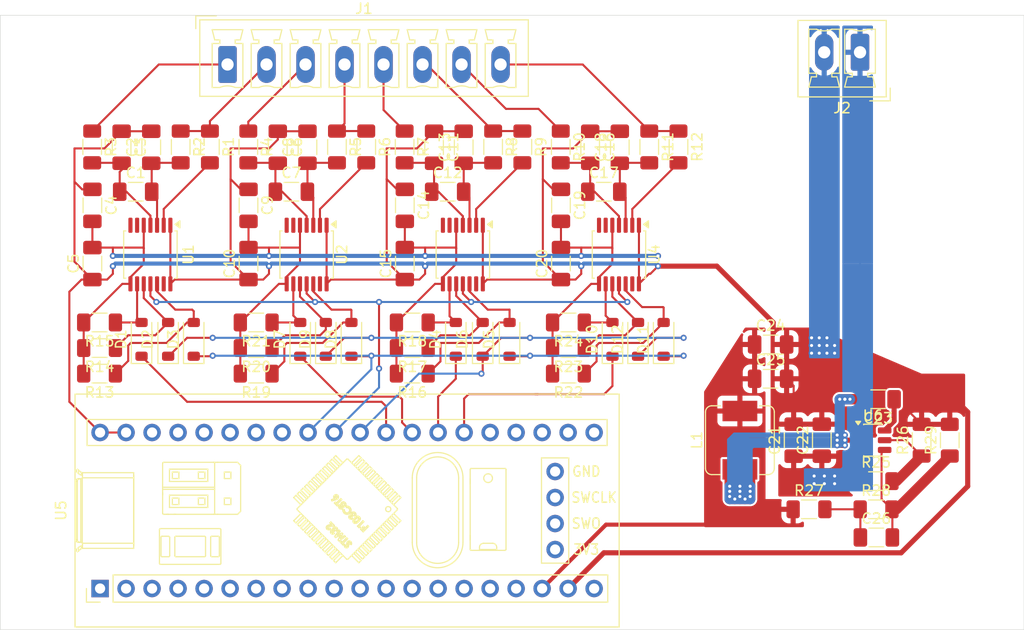
<source format=kicad_pcb>
(kicad_pcb (version 20241229) (generator "pcbnew") (generator_version "9.0")
  (layers (0 "F.Cu" signal) (2 "B.Cu" signal) (13 "F.Paste" user) (15 "B.Paste" user) (5 "F.SilkS" user "F.Silkscreen") (7 "B.SilkS" user "B.Silkscreen") (1 "F.Mask" user) (3 "B.Mask" user) (25 "Edge.Cuts" user))
  (net 0 "")
  (net 1 "Net-(D1-A)")
  (net 2 "VDD")
  (net 3 "Net-(D2-A)")
  (net 4 "Net-(U1-T+)")
  (net 6 "GNDREF")
  (net 7 "Net-(U1-T-)")
  (net 8 "Net-(U1-BIAS)")
  (net 9 "Net-(D3-A)")
  (net 10 "Net-(U2-T+)")
  (net 11 "Net-(U2-T-)")
  (net 12 "Net-(J1-Pin_2)")
  (net 13 "Net-(J1-Pin_1)")
  (net 14 "Net-(U3-T+)")
  (net 15 "Net-(U3-T-)")
  (net 16 "Net-(U4-T+)")
  (net 17 "Net-(U4-T-)")
  (net 18 "Net-(J1-Pin_3)")
  (net 19 "Net-(J1-Pin_5)")
  (net 20 "Net-(J1-Pin_6)")
  (net 21 "Net-(J1-Pin_8)")
  (net 22 "Net-(J1-Pin_7)")
  (net 23 "Net-(U2-BIAS)")
  (net 24 "Net-(U3-BIAS)")
  (net 25 "Net-(U4-BIAS)")
  (net 26 "Net-(D1-K)")
  (net 28 "Net-(D12-K)")
  (net 29 "Net-(D11-K)")
  (net 31 "Net-(D4-A)")
  (net 32 "Net-(D4-K)")
  (net 33 "Net-(D5-A)")
  (net 34 "Net-(D6-A)")
  (net 36 "Net-(D7-K)")
  (net 37 "Net-(D7-A)")
  (net 38 "Net-(J1-Pin_4)")
  (net 39 "Net-(D8-A)")
  (net 40 "Net-(D9-A)")
  (net 41 "Net-(D10-A)")
  (net 42 "Net-(D10-K)")
  (net 43 "Net-(D11-A)")
  (net 44 "Net-(D12-A)")
  (net 45 "Net-(U1-SDO)")
  (net 87 "Net-(U6-BOOT)")
  (net 88 "Net-(U6-SW)")
  (net 89 "+5V")
  (net 90 "Net-(C26-Pad1)")
  (net 91 "Net-(U6-FB)")
  (net 92 "Net-(U6-EN)")
  (net 93 "/+24v")
  (footprint "Resistor_SMD:R_1206_3216Metric_Pad1.30x1.75mm_HandSolder" (layer "F.Cu") (at 153.25 90.5 180)
    (property "Reference" "R17")
    (property "Value" "10k")
  )
  (footprint "Package_SO:TSSOP-14_4.4x5mm_P0.65mm" (layer "F.Cu") (at 158.1875 81.3675 -90)
    (property "Reference" "U3" (hide yes))
    (property "Value" "MAX31856")
  )
  (footprint "Capacitor_SMD:C_1206_3216Metric_Pad1.33x1.80mm_HandSolder" (layer "F.Cu") (at 122 76.56 -90)
    (property "Reference" "C4")
    (property "Value" "0.1uF")
  )
  (footprint "Capacitor_SMD:C_1206_3216Metric_Pad1.33x1.80mm_HandSolder" (layer "F.Cu") (at 137.25 82.25 90)
    (property "Reference" "C10")
    (property "Value" "0.1uF")
  )
  (footprint "Resistor_SMD:R_1206_3216Metric_Pad1.30x1.75mm_HandSolder" (layer "F.Cu") (at 176.395 70.855 -90)
    (property "Reference" "R11")
    (property "Value" "2k")
  )
  (footprint "Diode_SMD:D_SOD-123" (layer "F.Cu") (at 177.8 89.65 90)
    (property "Reference" "D11")
    (property "Value" "1N4148W")
  )
  (footprint "Capacitor_SMD:C_1206_3216Metric_Pad1.33x1.80mm_HandSolder" (layer "F.Cu") (at 124.855 70.885 -90)
    (property "Reference" "C3")
    (property "Value" "0.01uF")
  )
  (footprint "Capacitor_SMD:C_1206_3216Metric_Pad1.33x1.80mm_HandSolder" (layer "F.Cu") (at 173.52 70.885 90)
    (property "Reference" "C18")
    (property "Value" "0.01uF")
  )
  (footprint "Capacitor_SMD:C_1206_3216Metric_Pad1.33x1.80mm_HandSolder" (layer "F.Cu") (at 171.955 75.23)
    (property "Reference" "C17")
    (property "Value" "0.1uF")
  )
  (footprint "Diode_SMD:D_SOD-123" (layer "F.Cu") (at 142.3 89.65 90)
    (property "Reference" "D7")
    (property "Value" "1N4148W")
  )
  (footprint "Diode_SMD:D_SOD-123" (layer "F.Cu") (at 131.9 89.65 90)
    (property "Reference" "D3")
    (property "Value" "1N4148W")
  )
  (footprint "Diode_SMD:D_SOD-123" (layer "F.Cu") (at 126.8 89.65 90)
    (property "Reference" "D1")
    (property "Value" "1N4148W")
  )
  (footprint "Capacitor_SMD:C_1206_3216Metric_Pad1.33x1.80mm_HandSolder" (layer "F.Cu") (at 152.52 76.56 -90)
    (property "Reference" "C14")
    (property "Value" "0.1uF")
  )
  (footprint "Capacitor_SMD:C_1206_3216Metric_Pad1.33x1.80mm_HandSolder" (layer "F.Cu") (at 193.25 99.5 90)
    (property "Reference" "C22")
    (property "Value" "0.1uF")
  )
  (footprint "Resistor_SMD:R_1206_3216Metric_Pad1.30x1.75mm_HandSolder" (layer "F.Cu") (at 122.7 90.5 180)
    (property "Reference" "R14")
    (property "Value" "10k")
  )
  (footprint "Resistor_SMD:R_1206_3216Metric_Pad1.30x1.75mm_HandSolder" (layer "F.Cu") (at 153.25 93 180)
    (property "Reference" "R16")
    (property "Value" "10k")
  )
  (footprint "Resistor_SMD:R_1206_3216Metric_Pad1.30x1.75mm_HandSolder" (layer "F.Cu") (at 138 88 180)
    (property "Reference" "R21")
    (property "Value" "10k")
  )
  (footprint "Diode_SMD:D_SOD-123" (layer "F.Cu") (at 147.3 89.65 90)
    (property "Reference" "D8")
    (property "Value" "1N4148W")
  )
  (footprint "Capacitor_SMD:C_1206_3216Metric_Pad1.33x1.80mm_HandSolder" (layer "F.Cu") (at 122 82.25 90)
    (property "Reference" "C5")
    (property "Value" "0.1uF")
  )
  (footprint "Diode_SMD:D_SOD-123" (layer "F.Cu") (at 172.8 89.65 90)
    (property "Reference" "D10")
    (property "Value" "1N4148W")
  )
  (footprint "MyLibrary:BluePill_SWD_1" (layer "F.Cu") (at 122.75 113.99 90)
    (property "Reference" "U5")
    (property "Value" "BluePill_Part_Like_SWD_Breakout" (hide yes))
  )
  (footprint "Resistor_SMD:R_1206_3216Metric_Pad1.30x1.75mm_HandSolder" (layer "F.Cu") (at 153.25 88 180)
    (property "Reference" "R18")
    (property "Value" "10k")
  )
  (footprint "Diode_SMD:D_SOD-123" (layer "F.Cu") (at 129.4 89.65 90)
    (property "Reference" "D2")
    (property "Value" "1N4148W")
  )
  (footprint "Resistor_SMD:R_1206_3216Metric_Pad1.30x1.75mm_HandSolder" (layer "F.Cu") (at 192 106.25)
    (property "Reference" "R27")
    (property "Value" "49.9")
  )
  (footprint "Capacitor_SMD:C_1206_3216Metric_Pad1.33x1.80mm_HandSolder" (layer "F.Cu") (at 143.01 70.885 90)
    (property "Reference" "C8")
    (property "Value" "0.01uF")
  )
  (footprint "Package_SO:TSSOP-14_4.4x5mm_P0.65mm" (layer "F.Cu") (at 127.6675 81.3675 -90)
    (property "Reference" "U1")
    (property "Value" "MAX31856")
  )
  (footprint "Capacitor_SMD:C_1206_3216Metric_Pad1.33x1.80mm_HandSolder" (layer "F.Cu") (at 198.58 109)
    (property "Reference" "C26")
    (property "Value" "75pF")
  )
  (footprint "Resistor_SMD:R_1206_3216Metric_Pad1.30x1.75mm_HandSolder" (layer "F.Cu") (at 122.7 88 180)
    (property "Reference" "R15")
    (property "Value" "10k")
  )
  (footprint "Connector_Phoenix_MC:PhoenixContact_MCV_1,5_2-G-3.5_1x02_P3.50mm_Vertical" (layer "F.Cu") (at 196.9825 61.6075 180)
    (property "Reference" "J2")
    (property "Value" "Conn_01x02_Socket")
  )
  (footprint "Resistor_SMD:R_1206_3216Metric_Pad1.30x1.75mm_HandSolder" (layer "F.Cu") (at 164 70.855 -90)
    (property "Reference" "R9")
    (property "Value" "2k")
  )
  (footprint "Capacitor_SMD:C_1206_3216Metric_Pad1.33x1.80mm_HandSolder" (layer "F.Cu") (at 141.44 75.23)
    (property "Reference" "C7")
    (property "Value" "0.1uF")
  )
  (footprint "Capacitor_SMD:C_1206_3216Metric_Pad1.33x1.80mm_HandSolder" (layer "F.Cu") (at 140.11 70.885 -90)
    (property "Reference" "C6")
    (property "Value" "0.01uF")
  )
  (footprint "Resistor_SMD:R_1206_3216Metric_Pad1.30x1.75mm_HandSolder" (layer "F.Cu") (at 121.98 70.855 -90)
    (property "Reference" "R3")
    (property "Value" "2k")
  )
  (footprint "Capacitor_SMD:C_1206_3216Metric_Pad1.33x1.80mm_HandSolder" (layer "F.Cu") (at 152.52 82.25 90)
    (property "Reference" "C15")
    (property "Value" "0.1uF")
  )
  (footprint "Connector_Phoenix_MC:PhoenixContact_MCV_1,5_8-G-3.81_1x08_P3.81mm_Vertical" (layer "F.Cu") (at 135.2 62.8)
    (property "Reference" "J1")
    (property "Value" "Conn_01x08_Socket")
  )
  (footprint "Capacitor_SMD:C_1206_3216Metric_Pad1.33x1.80mm_HandSolder" (layer "F.Cu") (at 155.375 70.885 -90)
    (property "Reference" "C11")
    (property "Value" "0.01uF")
  )
  (footprint "Resistor_SMD:R_1206_3216Metric_Pad1.30x1.75mm_HandSolder" (layer "F.Cu") (at 168.5 93 180)
    (property "Reference" "R22")
    (property "Value" "10k")
  )
  (footprint "Package_SO:TSSOP-14_4.4x5mm_P0.65mm" (layer "F.Cu") (at 173.4375 81.3675 -90)
    (property "Reference" "U4")
    (property "Value" "MAX31856")
  )
  (footprint "Diode_SMD:D_SOD-123" (layer "F.Cu") (at 144.8 89.65 90)
    (property "Reference" "D9")
    (property "Value" "1N4148W")
  )
  (footprint "Resistor_SMD:R_1206_3216Metric_Pad1.30x1.75mm_HandSolder" (layer "F.Cu") (at 133.48 70.855 -90)
    (property "Reference" "R1")
    (property "Value" "2k")
  )
  (footprint "Diode_SMD:D_SOD-123" (layer "F.Cu") (at 162.75 89.65 90)
    (property "Reference" "D5")
    (property "Value" "1N4148W")
  )
  (footprint "Resistor_SMD:R_1206_3216Metric_Pad1.30x1.75mm_HandSolder" (layer "F.Cu") (at 198.55 103.5)
    (property "Reference" "R25")
    (property "Value" "511k")
  )
  (footprint "Resistor_SMD:R_1206_3216Metric_Pad1.30x1.75mm_HandSolder" (layer "F.Cu") (at 198.55 106.25)
    (property "Reference" "R28")
    (property "Value" "100k")
  )
  (footprint "Resistor_SMD:R_1206_3216Metric_Pad1.30x1.75mm_HandSolder" (layer "F.Cu") (at 168.5 90.5 180)
    (property "Reference" "R23")
    (property "Value" "10k")
  )
  (footprint "Capacitor_SMD:C_1206_3216Metric_Pad1.33x1.80mm_HandSolder" (layer "F.Cu") (at 188.25 90.15)
    (property "Reference" "C24")
    (property "Value" "22uF")
  )
  (footprint "Capacitor_SMD:C_1206_3216Metric_Pad1.33x1.80mm_HandSolder" (layer "F.Cu") (at 198.75 95.5 180)
    (property "Reference" "C23")
    (property "Value" "0.1uF")
  )
  (footprint "Resistor_SMD:R_1206_3216Metric_Pad1.30x1.75mm_HandSolder" (layer "F.Cu") (at 137.23 70.855 -90)
    (property "Reference" "R4")
    (property "Value" "2k")
  )
  (footprint "Resistor_SMD:R_1206_3216Metric_Pad1.30x1.75mm_HandSolder" (layer "F.Cu") (at 179.25 70.855 -90)
    (property "Reference" "R12")
    (property "Value" "2k")
  )
  (footprint "Package_SO:TSSOP-14_4.4x5mm_P0.65mm" (layer "F.Cu") (at 142.9275 81.3675 -90)
    (property "Reference" "U2")
    (property "Value" "MAX31856")
  )
  (footprint "Capacitor_SMD:C_1206_3216Metric_Pad1.33x1.80mm_HandSolder" (layer "F.Cu") (at 158.27 70.885 90)
    (property "Reference" "C13")
    (property "Value" "0.01uF")
  )
  (footprint "Resistor_SMD:R_1206_3216Metric_Pad1.30x1.75mm_HandSolder" (layer "F.Cu") (at 203 99.5 90)
    (property "Reference" "R26")
    (property "Value" "105k")
  )
  (footprint "Diode_SMD:D_SOD-123" (layer "F.Cu") (at 175.3 89.65 90)
    (property "Reference" "D12")
    (property "Value" "1N4148W")
  )
  (footprint "Resistor_SMD:R_1206_3216Metric_Pad1.30x1.75mm_HandSolder" (layer "F.Cu") (at 130.625 70.855 -90)
    (property "Reference" "R2")
    (property "Value" "2k")
  )
  (footprint "Resistor_SMD:R_1206_3216Metric_Pad1.30x1.75mm_HandSolder" (layer "F.Cu") (at 167.75 70.855 -90)
    (property "Reference" "R10")
    (property "Value" "2k")
  )
  (footprint "Package_TO_SOT_SMD:SOT-23-6" (layer "F.Cu") (at 198.25 99.5)
    (property "Reference" "U6")
    (property "Value" "TPS54202DDC")
  )
  (footprint "Resistor_SMD:R_1206_3216Metric_Pad1.30x1.75mm_HandSolder" (layer "F.Cu") (at 138 93 180)
    (property "Reference" "R19")
    (property "Value" "10k")
  )
  (footprint "Capacitor_SMD:C_1206_3216Metric_Pad1.33x1.80mm_HandSolder" (layer "F.Cu") (at 188.25 93.5)
    (property "Reference" "C25")
    (property "Value" "22uF")
  )
  (footprint "Capacitor_SMD:C_1206_3216Metric_Pad1.33x1.80mm_HandSolder" (layer "F.Cu") (at 126.23 75.23)
    (property "Reference" "C1")
    (property "Value" "0.1uF")
  )
  (footprint "Capacitor_SMD:C_1206_3216Metric_Pad1.33x1.80mm_HandSolder" (layer "F.Cu") (at 167.77 82.25 90)
    (property "Reference" "C20")
    (property "Value" "0.1uF")
  )
  (footprint "Capacitor_SMD:C_1206_3216Metric_Pad1.33x1.80mm_HandSolder" (layer "F.Cu") (at 170.625 70.885 -90)
    (property "Reference" "C16")
    (property "Value" "0.01uF")
  )
  (footprint "Resistor_SMD:R_1206_3216Metric_Pad1.30x1.75mm_HandSolder" (layer "F.Cu") (at 205.75 99.5 90)
    (property "Reference" "R29")
    (property "Value" "13.3k")
  )
  (footprint "Diode_SMD:D_SOD-123" (layer "F.Cu") (at 160.125 89.65 90)
    (property "Reference" "D6")
    (property "Value" "1N4148W")
  )
  (footprint "Resistor_SMD:R_1206_3216Metric_Pad1.30x1.75mm_HandSolder" (layer "F.Cu") (at 161.145 70.855 -90)
    (property "Reference" "R8")
    (property "Value" "2k")
  )
  (footprint "Resistor_SMD:R_1206_3216Metric_Pad1.30x1.75mm_HandSolder" (layer "F.Cu") (at 145.89 70.855 -90)
    (property "Reference" "R5")
    (property "Value" "2k")
  )
  (footprint "Resistor_SMD:R_1206_3216Metric_Pad1.30x1.75mm_HandSolder" (layer "F.Cu") (at 152.5 70.855 -90)
    (property "Reference" "R7")
    (property "Value" "2k")
  )
  (footprint "Resistor_SMD:R_1206_3216Metric_Pad1.30x1.75mm_HandSolder" (layer "F.Cu") (at 122.7 93 180)
    (property "Reference" "R13")
    (property "Value" "10k")
  )
  (footprint "Capacitor_SMD:C_1206_3216Metric_Pad1.33x1.80mm_HandSolder" (layer "F.Cu") (at 156.705 75.23)
    (property "Reference" "C12")
    (property "Value" "0.1uF")
  )
  (footprint "Capacitor_SMD:C_1206_3216Metric_Pad1.33x1.80mm_HandSolder" (layer "F.Cu") (at 190.5 99.5 90)
    (property "Reference" "C21")
    (property "Value" "10uF")
  )
  (footprint "Resistor_SMD:R_1206_3216Metric_Pad1.30x1.75mm_HandSolder" (layer "F.Cu") (at 138 90.5 180)
    (property "Reference" "R20")
    (property "Value" "10k")
  )
  (footprint "Diode_SMD:D_SOD-123" (layer "F.Cu") (at 157.5 89.65 90)
    (property "Reference" "D4")
    (property "Value" "1N4148W")
  )
  (footprint "Resistor_SMD:R_1206_3216Metric_Pad1.30x1.75mm_HandSolder" (layer "F.Cu") (at 148.75 70.855 -90)
    (property "Reference" "R6")
    (property "Value" "2k")
  )
  (footprint "Resistor_SMD:R_1206_3216Metric_Pad1.30x1.75mm_HandSolder" (layer "F.Cu") (at 168.5 88 180)
    (property "Reference" "R24")
    (property "Value" "10k")
  )
  (footprint "Inductor_SMD:L_Sumida_CDMC6D28_7.25x6.5mm" (layer "F.Cu") (at 185.25 99.5 90)
    (property "Reference" "L1")
    (property "Value" "15uH")
  )
  (footprint "Capacitor_SMD:C_1206_3216Metric_Pad1.33x1.80mm_HandSolder" (layer "F.Cu") (at 127.75 70.885 90)
    (property "Reference" "C2")
    (property "Value" "0.01uF")
  )
  (footprint "Capacitor_SMD:C_1206_3216Metric_Pad1.33x1.80mm_HandSolder" (layer "F.Cu") (at 137.25 76.56 -90)
    (property "Reference" "C9")
    (property "Value" "0.1uF")
  )
  (footprint "Capacitor_SMD:C_1206_3216Metric_Pad1.33x1.80mm_HandSolder" (layer "F.Cu") (at 167.77 76.56 -90)
    (property "Reference" "C19")
    (property "Value" "0.1uF")
  )
  (gr_poly (pts (xy 196.25 97.75) (xy 196.75 97.75) (xy 197 98.25) (xy 196.25 98.25)) (stroke (width 0.2)) (fill yes) (layer "F.Cu") (net 6))
  (gr_poly (pts (xy 195.75 97.25) (xy 195.75 98.25) (xy 196.25 98.5) (xy 198.25 98.5) (xy 198.5 97.75)) (stroke (width 0.2)) (fill yes) (layer "F.Cu") (net 6))
  (gr_rect (start 113 58) (end 213 118) (stroke (width 0.05)) (fill no) (layer "Edge.Cuts"))
  (segment (start 126.8 88) (end 124.25 88) (width 0.2) (layer "F.Cu") (net 1))
  (segment (start 126.3675 84.23) (end 126.3675 87.5675) (width 0.2) (layer "F.Cu") (net 1))
  (segment (start 126.3675 87.5675) (end 126.8 88) (width 0.2) (layer "F.Cu") (net 1))
  (segment (start 125.7175 83.57263) (end 125.7175 84.23) (width 0.2) (layer "F.Cu") (net 2))
  (segment (start 124 80.6875) (end 126.955 80.6875) (width 0.2) (layer "F.Cu") (net 2))
  (segment (start 140.9775 84.23) (end 140.22 84.23) (width 0.2) (layer "F.Cu") (net 2))
  (segment (start 172.725 80.6875) (end 172.7875 80.75) (width 0.2) (layer "F.Cu") (net 2))
  (segment (start 170.72 84.23) (end 166.95 88) (width 0.2) (layer "F.Cu") (net 2))
  (segment (start 152.52 78.1225) (end 152.52 80.6875) (width 0.2) (layer "F.Cu") (net 2))
  (segment (start 139.25 80.6875) (end 142.215 80.6875) (width 0.2) (layer "F.Cu") (net 2))
  (segment (start 140.9775 83.5225) (end 140.9775 84.23) (width 0.2) (layer "F.Cu") (net 2))
  (segment (start 142.2775 80.75) (end 142.2775 82.2225) (width 0.2) (layer "F.Cu") (net 2))
  (segment (start 136.45 88) (end 136.45 93) (width 0.2) (layer "F.Cu") (net 2))
  (segment (start 139.25 80.6875) (end 139.25 81.5) (width 0.2) (layer "F.Cu") (net 2))
  (segment (start 156.2375 83.57263) (end 156.2375 84.23) (width 0.2) (layer "F.Cu") (net 2))
  (segment (start 169.75 80.6875) (end 169.75 81.5) (width 0.2) (layer "F.Cu") (net 2))
  (segment (start 140.22 84.23) (end 136.45 88) (width 0.2) (layer "F.Cu") (net 2))
  (segment (start 167.77 78.1225) (end 167.77 80.6875) (width 0.2) (layer "F.Cu") (net 2))
  (segment (start 151.7 88) (end 151.7 93) (width 0.2) (layer "F.Cu") (net 2))
  (segment (start 156.2375 84.23) (end 155.47 84.23) (width 0.2) (layer "F.Cu") (net 2))
  (segment (start 142.2775 78.505) (end 142.2775 80.75) (width 0.2) (layer "F.Cu") (net 2))
  (segment (start 125.7175 84.23) (end 124.92 84.23) (width 0.2) (layer "F.Cu") (net 2))
  (segment (start 157.5375 80.75) (end 157.5375 82.27263) (width 0.2) (layer "F.Cu") (net 2))
  (segment (start 137.25 78.1225) (end 137.25 80.6875) (width 0.2) (layer "F.Cu") (net 2))
  (segment (start 172.7875 78.505) (end 172.7875 80.75) (width 0.2) (layer "F.Cu") (net 2))
  (segment (start 171.4875 84.23) (end 170.72 84.23) (width 0.2) (layer "F.Cu") (net 2))
  (segment (start 142.215 80.6875) (end 142.2775 80.75) (width 0.2) (layer "F.Cu") (net 2))
  (segment (start 155.47 84.23) (end 151.7 88) (width 0.2) (layer "F.Cu") (net 2))
  (segment (start 124.92 84.23) (end 121.15 88) (width 0.2) (layer "F.Cu") (net 2))
  (segment (start 166.95 88) (end 166.95 93) (width 0.2) (layer "F.Cu") (net 2))
  (segment (start 157.5375 78.505) (end 157.5375 80.75) (width 0.2) (layer "F.Cu") (net 2))
  (segment (start 172.7875 80.75) (end 172.7875 82.27263) (width 0.2) (layer "F.Cu") (net 2))
  (segment (start 167.77 80.6875) (end 169.75 80.6875) (width 0.2) (layer "F.Cu") (net 2))
  (segment (start 127.0175 82.27263) (end 125.7175 83.57263) (width 0.2) (layer "F.Cu") (net 2))
  (segment (start 172.7875 82.27263) (end 171.4875 83.57263) (width 0.2) (layer "F.Cu") (net 2))
  (segment (start 171.4875 83.57263) (end 171.4875 84.23) (width 0.2) (layer "F.Cu") (net 2))
  (segment (start 122 80.6875) (end 124 80.6875) (width 0.2) (layer "F.Cu") (net 2))
  (segment (start 124 80.6875) (end 124 81.5) (width 0.2) (layer "F.Cu") (net 2))
  (segment (start 157.475 80.6875) (end 157.5375 80.75) (width 0.2) (layer "F.Cu") (net 2))
  (segment (start 154.5 80.6875) (end 154.5 81.5) (width 0.2) (layer "F.Cu") (net 2))
  (segment (start 157.5375 82.27263) (end 156.2375 83.57263) (width 0.2) (layer "F.Cu") (net 2))
  (segment (start 126.955 80.6875) (end 127.0175 80.75) (width 0.2) (layer "F.Cu") (net 2))
  (segment (start 122 78.1225) (end 122 80.6875) (width 0.2) (layer "F.Cu") (net 2))
  (segment (start 137.25 80.6875) (end 139.25 80.6875) (width 0.2) (layer "F.Cu") (net 2))
  (segment (start 127.0175 78.505) (end 127.0175 80.75) (width 0.2) (layer "F.Cu") (net 2))
  (segment (start 121.15 88) (end 121.15 93) (width 0.2) (layer "F.Cu") (net 2))
  (segment (start 142.2775 82.2225) (end 140.9775 83.5225) (width 0.2) (layer "F.Cu") (net 2))
  (segment (start 152.52 80.6875) (end 154.5 80.6875) (width 0.2) (layer "F.Cu") (net 2))
  (segment (start 154.5 80.6875) (end 157.475 80.6875) (width 0.2) (layer "F.Cu") (net 2))
  (segment (start 127.0175 80.75) (end 127.0175 82.27263) (width 0.2) (layer "F.Cu") (net 2))
  (segment (start 169.75 80.6875) (end 172.725 80.6875) (width 0.2) (layer "F.Cu") (net 2))
  (via (at 124 81.5) (size 0.6) (drill 0.3) (layers "F.Cu" "B.Cu") (net 2))
  (via (at 169.75 81.5) (size 0.6) (drill 0.3) (layers "F.Cu" "B.Cu") (net 2))
  (via (at 139.25 81.5) (size 0.6) (drill 0.3) (layers "F.Cu" "B.Cu") (net 2))
  (via (at 154.5 81.5) (size 0.6) (drill 0.3) (layers "F.Cu" "B.Cu") (net 2))
  (via (at 177.25 81.5) (size 0.6) (drill 0.3) (layers "F.Cu" "B.Cu") (net 2))
  (segment (start 169.75 81.5) (end 177.25 81.5) (width 0.4) (layer "B.Cu") (net 2))
  (segment (start 139.25 81.5) (end 154.5 81.5) (width 0.4) (layer "B.Cu") (net 2))
  (segment (start 124 81.5) (end 139.25 81.5) (width 0.4) (layer "B.Cu") (net 2))
  (segment (start 154.5 81.5) (end 169.75 81.5) (width 0.4) (layer "B.Cu") (net 2))
  (segment (start 127.0175 85.6175) (end 129.4 88) (width 0.2) (layer "F.Cu") (net 3))
  (segment (start 127.0175 84.23) (end 127.0175 85.6175) (width 0.2) (layer "F.Cu") (net 3))
  (segment (start 124.25 90.5) (end 125.5 89.25) (width 0.2) (layer "F.Cu") (net 3))
  (segment (start 128.15 89.25) (end 129.4 88) (width 0.2) (layer "F.Cu") (net 3))
  (segment (start 125.5 89.25) (end 128.15 89.25) (width 0.2) (layer "F.Cu") (net 3))
  (segment (start 124.855 73.105) (end 124.6675 73.2925) (width 0.2) (layer "F.Cu") (net 4))
  (segment (start 127.6675 77.5675) (end 127.6675 78.505) (width 0.2) (layer "F.Cu") (net 4))
  (segment (start 124.6675 73.2925) (end 124.6675 75.23) (width 0.2) (layer "F.Cu") (net 4))
  (segment (start 124.6675 75.23) (end 125.33 75.23) (width 0.2) (layer "F.Cu") (net 4))
  (segment (start 124.855 72.4475) (end 124.855 73.105) (width 0.2) (layer "F.Cu") (net 4))
  (segment (start 121.98 72.405) (end 124.8125 72.405) (width 0.2) (layer "F.Cu") (net 4))
  (segment (start 125.33 75.23) (end 127.6675 77.5675) (width 0.2) (layer "F.Cu") (net 4))
  (segment (start 124.8125 72.405) (end 124.855 72.4475) (width 0.2) (layer "F.Cu") (net 4))
  (segment (start 201.75 93.75) (end 195.25 93.75) (width 0.2) (layer "F.Cu") (net 6))
  (segment (start 166 82.0425) (end 167.77 83.8125) (width 0.2) (layer "F.Cu") (net 6))
  (segment (start 207.5 96.75) (end 207 96.25) (width 0.5) (layer "F.Cu") (net 6))
  (segment (start 144.8775 78.505) (end 144.8775 84.23) (width 0.2) (layer "F.Cu") (net 6))
  (segment (start 166 74) (end 166.9975 74.9975) (width 0.2) (layer "F.Cu") (net 6))
  (segment (start 140.11 69.3225) (end 140.11 70.14) (width 0.2) (layer "F.Cu") (net 6))
  (segment (start 143.01 69.3225) (end 140.11 69.3225) (width 0.2) (layer "F.Cu") (net 6))
  (segment (start 154.5 83.25) (end 153.9375 83.8125) (width 0.2) (layer "F.Cu") (net 6))
  (segment (start 152.52 83.8125) (end 150.75 82.0425) (width 0.2) (layer "F.Cu") (net 6))
  (segment (start 145.295 83.8125) (end 152.52 83.8125) (width 0.2) (layer "F.Cu") (net 6))
  (segment (start 135.5 74) (end 135.5 82.0625) (width 0.2) (layer "F.Cu") (net 6))
  (segment (start 144.8775 84.23) (end 145.295 83.8125) (width 0.2) (layer "F.Cu") (net 6))
  (segment (start 160.555 83.8125) (end 167.77 83.8125) (width 0.2) (layer "F.Cu") (net 6))
  (segment (start 122.75 98.75) (end 119.75 95.75) (width 0.2) (layer "F.Cu") (net 6))
  (segment (start 173.52 69.3225) (end 170.625 69.3225) (width 0.2) (layer "F.Cu") (net 6))
  (segment (start 189.8125 93.5) (end 189.8125 90.15) (width 0.2) (layer "F.Cu") (net 6))
  (segment (start 176.5 83.25) (end 176.3675 83.25) (width 0.2) (layer "F.Cu") (net 6))
  (segment (start 120.25 74.25) (end 120.9975 74.9975) (width 0.2) (layer "F.Cu") (net 6))
  (segment (start 175.3875 78.505) (end 175.3875 84.23) (width 0.2) (layer "F.Cu") (net 6))
  (segment (start 158.27 69.3225) (end 155.375 69.3225) (width 0.2) (layer "F.Cu") (net 6))
  (segment (start 195.25 93.75) (end 193.25 95.75) (width 0.2) (layer "F.Cu") (net 6))
  (segment (start 201.75 96.7) (end 201.75 93.75) (width 0.2) (layer "F.Cu") (net 6))
  (segment (start 183 82.5) (end 188.5 88) (width 0.5) (layer "F.Cu") (net 6))
  (segment (start 169.1875 83.8125) (end 167.77 83.8125) (width 0.2) (layer "F.Cu") (net 6))
  (segment (start 169.75 82.5) (end 169.75 83.25) (width 0.2) (layer "F.Cu") (net 6))
  (segment (start 190.5 97.9375) (end 190.5 94.1875) (width 0.2) (layer "F.Cu") (net 6))
  (segment (start 197.1125 98.55) (end 196.5 97.9375) (width 0.2) (layer "F.Cu") (net 6))
  (segment (start 135.5 82.0625) (end 137.25 83.8125) (width 0.2) (layer "F.Cu") (net 6))
  (segment (start 197.9125 97.75) (end 198 97.75) (width 0.2) (layer "F.Cu") (net 6))
  (segment (start 170.625 69.3225) (end 168.9475 71) (width 0.2) (layer "F.Cu") (net 6))
  (segment (start 153.9375 83.8125) (end 152.52 83.8125) (width 0.2) (layer "F.Cu") (net 6))
  (segment (start 168.47 113.99) (end 171.96 110.5) (width 0.5) (layer "F.Cu") (net 6))
  (segment (start 130.035 83.8125) (end 137.25 83.8125) (width 0.2) (layer "F.Cu") (net 6))
  (segment (start 154.5 82.5) (end 154.5 83.25) (width 0.2) (layer "F.Cu") (net 6))
  (segment (start 150.75 82.0425) (end 150.75 74) (width 0.2) (layer "F.Cu") (net 6))
  (segment (start 160.1375 78.505) (end 160.1375 84.23) (width 0.2) (layer "F.Cu") (net 6))
  (segment (start 207.5 104) (end 207.5 96.75) (width 0.5) (layer "F.Cu") (net 6))
  (segment (start 129.6175 78.505) (end 129.6175 84.23) (width 0.2) (layer "F.Cu") (net 6))
  (segment (start 168.9475 71) (end 166 71) (width 0.2) (layer "F.Cu") (net 6))
  (segment (start 166.9975 74.9975) (end 167.77 74.9975) (width 0.2) (layer "F.Cu") (net 6))
  (segment (start 136.4975 74.9975) (end 137.25 74.9975) (width 0.2) (layer "F.Cu") (net 6))
  (segment (start 193.25 97.9375) (end 190.5 97.9375) (width 0.2) (layer "F.Cu") (net 6))
  (segment (start 197.1125 98.55) (end 197.9125 97.75) (width 0.5) (layer "F.Cu") (net 6))
  (segment (start 127.75 69.3225) (end 124.855 69.3225) (width 0.2) (layer "F.Cu") (net 6))
  (segment (start 129.6175 84.23) (end 130.035 83.8125) (width 0.2) (layer "F.Cu") (net 6))
  (segment (start 139.25 82.5) (end 139.25 83.25) (width 0.2) (layer "F.Cu") (net 6))
  (segment (start 193.25 95.75) (end 193.25 97.9375) (width 0.2) (layer "F.Cu") (net 6))
  (segment (start 139.25 71) (end 135.5 71) (width 0.2) (layer "F.Cu") (net 6))
  (segment (start 120.25 71) (end 120.25 74.25) (width 0.2) (layer "F.Cu") (net 6))
  (segment (start 177.25 82.5) (end 176.5 83.25) (width 0.2) (layer "F.Cu") (net 6))
  (segment (start 122 83.8125) (end 120.25 82.0625) (width 0.2) (layer "F.Cu") (net 6))
  (segment (start 160.1375 84.23) (end 160.555 83.8125) (width 0.2) (layer "F.Cu") (net 6))
  (segment (start 169.75 83.25) (end 169.1875 83.8125) (width 0.2) (layer "F.Cu") (net 6))
  (segment (start 139.25 83.25) (end 138.6875 83.8125) (width 0.2) (layer "F.Cu") (net 6))
  (segment (start 138.6875 83.8125) (end 137.25 83.8125) (width 0.2) (layer "F.Cu") (net 6))
  (segment (start 120.9375 83.8125) (end 122 83.8125) (width 0.2) (layer "F.Cu") (net 6))
  (segment (start 176.3675 83.25) (end 175.3875 84.23) (width 0.2) (layer "F.Cu") (net 6))
  (segment (start 125.29 98.75) (end 122.75 98.75) (width 0.2) (layer "F.Cu") (net 6))
  (segment (start 166 74) (end 166 82.0425) (width 0.2) (layer "F.Cu") (net 6))
  (segment (start 203 97.95) (end 201.75 96.7) (width 0.2) (layer "F.Cu") (net 6))
  (segment (start 140.11 70.14) (end 139.25 71) (width 0.2) (layer "F.Cu") (net 6))
  (segment (start 150.75 74) (end 151.7475 74.9975) (width 0.2) (layer "F.Cu") (net 6))
  (segment (start 151.7475 74.9975) (end 152.52 74.9975) (width 0.2) (layer "F.Cu") (net 6))
  (segment (start 196.5 97.9375) (end 193.25 97.9375) (width 0.2) (layer "F.Cu") (net 6))
  (segment (start 150.75 71) (end 150.75 74) (width 0.2) (layer "F.Cu") (net 6))
  (segment (start 124 82.5) (end 124 83.25) (width 0.2) (layer "F.Cu") (net 6))
  (segment (start 124.855 69.3225) (end 123.1775 71) (width 0.2) (layer "F.Cu") (net 6))
  (segment (start 190.5 94.1875) (end 189.8125 93.5) (width 0.2) (layer "F.Cu") (net 6))
  (segment (start 123.1775 71) (end 120.25 71) (width 0.2) (layer "F.Cu") (net 6))
  (segment (start 135.5 74) (end 136.4975 74.9975) (width 0.2) (layer "F.Cu") (net 6))
  (segment (start 119.75 95.75) (end 119.75 85) (width 0.2) (layer "F.Cu") (net 6))
  (segment (start 155.375 69.3225) (end 153.6975 71) (width 0.2) (layer "F.Cu") (net 6))
  (segment (start 124 83.25) (end 123.4375 83.8125) (width 0.2) (layer "F.Cu") (net 6))
  (segment (start 119.75 85) (end 120.9375 83.8125) (width 0.2) (layer "F.Cu") (net 6))
  (segment (start 120.9975 74.9975) (end 122 74.9975) (width 0.2) (layer "F.Cu") (net 6))
  (segment (start 166 71) (end 166 74) (width 0.2) (layer "F.Cu") (net 6))
  (segment (start 188.5 88) (end 188.5 88.75) (width 0.5) (layer "F.Cu") (net 6))
  (segment (start 135.5 71) (end 135.5 74) (width 0.2) (layer "F.Cu") (net 6))
  (segment (start 201 110.5) (end 207.5 104) (width 0.5) (layer "F.Cu") (net 6))
  (segment (start 153.6975 71) (end 150.75 71) (width 0.2) (layer "F.Cu") (net 6))
  (segment (start 205.75 97.95) (end 203 97.95) (width 0.2) (layer "F.Cu") (net 6))
  (segment (start 177.25 82.5) (end 183 82.5) (width 0.5) (layer "F.Cu") (net 6))
  (segment (start 171.96 110.5) (end 201 110.5) (width 0.5) (layer "F.Cu") (net 6))
  (segment (start 120.25 82.0625) (end 120.25 74.25) (width 0.2) (layer "F.Cu") (net 6))
  (segment (start 123.4375 83.8125) (end 122 83.8125) (width 0.2) (layer "F.Cu") (net 6))
  (via (at 193.75 90.25) (size 0.6) (drill 0.3) (layers "F.Cu" "B.Cu") (net 6))
  (via (at 139.25 82.5) (size 0.6) (drill 0.3) (layers "F.Cu" "B.Cu") (net 6))
  (via (at 177.25 82.5) (size 0.6) (drill 0.3) (layers "F.Cu" "B.Cu") (net 6))
  (via (at 194.5 90.25) (size 0.6) (drill 0.3) (layers "F.Cu" "B.Cu") (net 6))
  (via (at 154.5 82.5) (size 0.6) (drill 0.3) (layers "F.Cu" "B.Cu") (net 6))
  (via (at 194.5 91) (size 0.6) (drill 0.3) (layers "F.Cu" "B.Cu") (net 6))
  (via (at 192.25 89.5) (size 0.6) (drill 0.3) (layers "F.Cu" "B.Cu") (net 6))
  (via (at 169.75 82.5) (size 0.6) (drill 0.3) (layers "F.Cu" "B.Cu") (net 6))
  (via (at 192.25 90.25) (size 0.6) (drill 0.3) (layers "F.Cu" "B.Cu") (net 6))
  (via (at 193 89.5) (size 0.6) (drill 0.3) (layers "F.Cu" "B.Cu") (net 6))
  (via (at 193.75 91) (size 0.6) (drill 0.3) (layers "F.Cu" "B.Cu") (net 6))
  (via (at 193 90.25) (size 0.6) (drill 0.3) (layers "F.Cu" "B.Cu") (net 6))
  (via (at 193.75 89.5) (size 0.6) (drill 0.3) (layers "F.Cu" "B.Cu") (net 6))
  (via (at 124 82.5) (size 0.6) (drill 0.3) (layers "F.Cu" "B.Cu") (net 6))
  (via (at 193 91) (size 0.6) (drill 0.3) (layers "F.Cu" "B.Cu") (net 6))
  (via (at 192.25 91) (size 0.6) (drill 0.3) (layers "F.Cu" "B.Cu") (net 6))
  (segment (start 139 82.25) (end 124.25 82.25) (width 0.4) (layer "B.Cu") (net 6))
  (segment (start 154.5 82.5) (end 154.25 82.25) (width 0.4) (layer "B.Cu") (net 6))
  (segment (start 154.75 82.25) (end 154.5 82.5) (width 0.4) (layer "B.Cu") (net 6))
  (segment (start 139.5 82.25) (end 139.25 82.5) (width 0.4) (layer "B.Cu") (net 6))
  (segment (start 169.5 82.25) (end 154.75 82.25) (width 0.4) (layer "B.Cu") (net 6))
  (segment (start 170 82.25) (end 169.75 82.5) (width 0.4) (layer "B.Cu") (net 6))
  (segment (start 154.25 82.25) (end 139.5 82.25) (width 0.4) (layer "B.Cu") (net 6))
  (segment (start 177 82.25) (end 170 82.25) (width 0.4) (layer "B.Cu") (net 6))
  (segment (start 169.75 82.5) (end 169.5 82.25) (width 0.4) (layer "B.Cu") (net 6))
  (segment (start 124.25 82.25) (end 124 82.5) (width 0.4) (layer "B.Cu") (net 6))
  (segment (start 177.25 82.5) (end 177 82.25) (width 0.4) (layer "B.Cu") (net 6))
  (segment (start 139.25 82.5) (end 139 82.25) (width 0.4) (layer "B.Cu") (net 6))
  (segment (start 130.625 72.405) (end 127.7925 72.405) (width 0.2) (layer "F.Cu") (net 7))
  (segment (start 127.7925 73.0425) (end 127.7925 75.23) (width 0.2) (layer "F.Cu") (net 7))
  (segment (start 127.7925 75.23) (end 128.3175 75.755) (width 0.2) (layer "F.Cu") (net 7))
  (segment (start 128.3175 75.755) (end 128.3175 78.505) (width 0.2) (layer "F.Cu") (net 7))
  (segment (start 127.7925 72.405) (end 127.75 72.4475) (width 0.2) (layer "F.Cu") (net 7))
  (segment (start 127.75 73) (end 127.7925 73.0425) (width 0.2) (layer "F.Cu") (net 7))
  (segment (start 127.75 72.4475) (end 127.75 73) (width 0.2) (layer "F.Cu") (net 7))
  (segment (start 128.9675 76.9175) (end 128.9675 78.505) (width 0.2) (layer "F.Cu") (net 8))
  (segment (start 133.48 72.405) (end 128.9675 76.9175) (width 0.2) (layer "F.Cu") (net 8))
  (segment (start 131.9 88) (end 131.9 86.9) (width 0.2) (layer "F.Cu") (net 9))
  (segment (start 131.25 88) (end 129.25 90) (width 0.2) (layer "F.Cu") (net 9))
  (segment (start 130.100001 86.75) (end 128.3175 84.967499) (width 0.2) (layer "F.Cu") (net 9))
  (segment (start 131.9 88) (end 131.25 88) (width 0.2) (layer "F.Cu") (net 9))
  (segment (start 125.5 91.75) (end 124.25 93) (width 0.2) (layer "F.Cu") (net 9))
  (segment (start 125.75 90) (end 125.5 90.25) (width 0.2) (layer "F.Cu") (net 9))
  (segment (start 131.75 86.75) (end 130.100001 86.75) (width 0.2) (layer "F.Cu") (net 9))
  (segment (start 129.25 90) (end 125.75 90) (width 0.2) (layer "F.Cu") (net 9))
  (segment (start 128.3175 84.967499) (end 128.3175 84.23) (width 0.2) (layer "F.Cu") (net 9))
  (segment (start 131.9 86.9) (end 131.75 86.75) (width 0.2) (layer "F.Cu") (net 9))
  (segment (start 125.5 90.25) (end 125.5 91.75) (width 0.2) (layer "F.Cu") (net 9))
  (segment (start 142.9275 77.6175) (end 142.9275 78.505) (width 0.2) (layer "F.Cu") (net 10))
  (segment (start 140.11 72.64) (end 139.8775 72.8725) (width 0.2) (layer "F.Cu") (net 10))
  (segment (start 137.23 72.405) (end 140.0675 72.405) (width 0.2) (layer "F.Cu") (net 10))
  (segment (start 140.11 72.4475) (end 140.11 72.64) (width 0.2) (layer "F.Cu") (net 10))
  (segment (start 139.8775 75.23) (end 140.54 75.23) (width 0.2) (layer "F.Cu") (net 10))
  (segment (start 139.8775 72.8725) (end 139.8775 75.23) (width 0.2) (layer "F.Cu") (net 10))
  (segment (start 140.54 75.23) (end 142.9275 77.6175) (width 0.2) (layer "F.Cu") (net 10))
  (segment (start 140.0675 72.405) (end 140.11 72.4475) (width 0.2) (layer "F.Cu") (net 10))
  (segment (start 143.0525 72.405) (end 143.01 72.4475) (width 0.2) (layer "F.Cu") (net 11))
  (segment (start 143.5775 75.805) (end 143.5775 78.505) (width 0.2) (layer "F.Cu") (net 11))
  (segment (start 143.0025 75.23) (end 143.5775 75.805) (width 0.2) (layer "F.Cu") (net 11))
  (segment (start 143.01 72.4475) (end 143.01 75.2225) (width 0.2) (layer "F.Cu") (net 11))
  (segment (start 143.01 75.2225) (end 143.0025 75.23) (width 0.2) (layer "F.Cu") (net 11))
  (segment (start 145.89 72.405) (end 143.0525 72.405) (width 0.2) (layer "F.Cu") (net 11))
  (segment (start 139.01 62.8) (end 133.48 68.33) (width 0.2) (layer "F.Cu") (net 12))
  (segment (start 139.01 62.8) (end 139.01 63.4) (width 0.2) (layer "F.Cu") (net 12))
  (segment (start 133.48 68.33) (end 133.48 69.305) (width 0.2) (layer "F.Cu") (net 12))
  (segment (start 133.48 69.305) (end 130.625 69.305) (width 0.2) (layer "F.Cu") (net 12))
  (segment (start 128.485 62.8) (end 121.98 69.305) (width 0.2) (layer "F.Cu") (net 13))
  (segment (start 135.2 62.8) (end 128.485 62.8) (width 0.2) (layer "F.Cu") (net 13))
  (segment (start 152.5 72.405) (end 155.3325 72.405) (width 0.2) (layer "F.Cu") (net 14))
  (segment (start 155.805 75.23) (end 158.1875 77.6125) (width 0.2) (layer "F.Cu") (net 14))
  (segment (start 155.375 74.9975) (end 155.1425 75.23) (width 0.2) (layer "F.Cu") (net 14))
  (segment (start 158.1875 77.6125) (end 158.1875 78.505) (width 0.2) (layer "F.Cu") (net 14))
  (segment (start 155.375 72.4475) (end 155.375 74.9975) (width 0.2) (layer "F.Cu") (net 14))
  (segment (start 155.3325 72.405) (end 155.375 72.4475) (width 0.2) (layer "F.Cu") (net 14))
  (segment (start 155.1425 75.23) (end 155.805 75.23) (width 0.2) (layer "F.Cu") (net 14))
  (segment (start 161.145 72.405) (end 158.3125 72.405) (width 0.2) (layer "F.Cu") (net 15))
  (segment (start 158.27 75.2275) (end 158.2675 75.23) (width 0.2) (layer "F.Cu") (net 15))
  (segment (start 158.8375 75.8) (end 158.8375 78.505) (width 0.2) (layer "F.Cu") (net 15))
  (segment (start 158.27 72.4475) (end 158.27 75.2275) (width 0.2) (layer "F.Cu") (net 15))
  (segment (start 158.3125 72.405) (end 158.27 72.4475) (width 0.2) (layer "F.Cu") (net 15))
  (segment (start 158.2675 75.23) (end 158.8375 75.8) (width 0.2) (layer "F.Cu") (net 15))
  (segment (start 170.3925 75.23) (end 171.055 75.23) (width 0.2) (layer "F.Cu") (net 16))
  (segment (start 170.5825 72.405) (end 170.625 72.4475) (width 0.2) (layer "F.Cu") (net 16))
  (segment (start 173.4375 77.6125) (end 173.4375 78.505) (width 0.2) (layer "F.Cu") (net 16))
  (segment (start 170.625 74.9975) (end 170.3925 75.23) (width 0.2) (layer "F.Cu") (net 16))
  (segment (start 167.75 72.405) (end 170.5825 72.405) (width 0.2) (layer "F.Cu") (net 16))
  (segment (start 170.625 72.4475) (end 170.625 74.9975) (width 0.2) (layer "F.Cu") (net 16))
  (segment (start 171.055 75.23) (end 173.4375 77.6125) (width 0.2) (layer "F.Cu") (net 16))
  (segment (start 173.52 75.2275) (end 173.5175 75.23) (width 0.2) (layer "F.Cu") (net 17))
  (segment (start 176.395 72.405) (end 173.5625 72.405) (width 0.2) (layer "F.Cu") (net 17))
  (segment (start 173.5175 75.23) (end 174.0875 75.8) (width 0.2) (layer "F.Cu") (net 17))
  (segment (start 173.52 72.4475) (end 173.52 75.2275) (width 0.2) (layer "F.Cu") (net 17))
  (segment (start 174.0875 75.8) (end 174.0875 78.505) (width 0.2) (layer "F.Cu") (net 17))
  (segment (start 173.5625 72.405) (end 173.52 72.4475) (width 0.2) (layer "F.Cu") (net 17))
  (segment (start 142.82 62.8) (end 137.23 68.39) (width 0.2) (layer "F.Cu") (net 18))
  (segment (start 137.23 68.39) (end 137.23 69.305) (width 0.2) (layer "F.Cu") (net 18))
  (segment (start 150.44 62.8) (end 150.44 67.245) (width 0.2) (layer "F.Cu") (net 19))
  (segment (start 150.44 67.245) (end 152.5 69.305) (width 0.2) (layer "F.Cu") (net 19))
  (segment (start 161.145 69.305) (end 164 69.305) (width 0.2) (layer "F.Cu") (net 20))
  (segment (start 154.64 62.8) (end 161.145 69.305) (width 0.2) (layer "F.Cu") (net 20))
  (segment (start 154.25 62.8) (end 154.64 62.8) (width 0.2) (layer "F.Cu") (net 20))
  (segment (start 169.89 62.8) (end 176.395 69.305) (width 0.2) (layer "F.Cu") (net 21))
  (segment (start 161.87 62.8) (end 169.89 62.8) (width 0.2) (layer "F.Cu") (net 21))
  (segment (start 176.395 69.305) (end 179.25 69.305) (width 0.2) (layer "F.Cu") (net 21))
  (segment (start 162.396 67.136) (end 165.581 67.136) (width 0.2) (layer "F.Cu") (net 22))
  (segment (start 158.06 62.8) (end 162.396 67.136) (width 0.2) (layer "F.Cu") (net 22))
  (segment (start 165.581 67.136) (end 167.75 69.305) (width 0.2) (layer "F.Cu") (net 22))
  (segment (start 144.2275 76.9275) (end 144.2275 78.505) (width 0.2) (layer "F.Cu") (net 23))
  (segment (start 148.75 72.405) (end 144.2275 76.9275) (width 0.2) (layer "F.Cu") (net 23))
  (segment (start 164 72.405) (end 159.4875 76.9175) (width 0.2) (layer "F.Cu") (net 24))
  (segment (start 159.4875 76.9175) (end 159.4875 78.505) (width 0.2) (layer "F.Cu") (net 24))
  (segment (start 179.25 72.405) (end 174.7375 76.9175) (width 0.2) (layer "F.Cu") (net 25))
  (segment (start 174.7375 76.9175) (end 174.7375 78.505) (width 0.2) (layer "F.Cu") (net 25))
  (segment (start 150.69 96.19) (end 150.25 95.75) (width 0.2) (layer "F.Cu") (net 26))
  (segment (start 131.25 95.75) (end 150.25 95.75) (width 0.2) (layer "F.Cu") (net 26))
  (segment (start 150.69 98.75) (end 150.69 96.19) (width 0.2) (layer "F.Cu") (net 26))
  (segment (start 126.8 91.3) (end 131.25 95.75) (width 0.2) (layer "F.Cu") (net 26))
  (segment (start 175.3 91.3) (end 177.1 89.5) (width 0.2) (layer "F.Cu") (net 28))
  (segment (start 160.125 92.875) (end 160 93) (width 0.2) (layer "F.Cu") (net 28))
  (segment (start 160.125 91.3) (end 160.125 92.875) (width 0.2) (layer "F.Cu") (net 28))
  (segment (start 146.75 89.5) (end 149.25 89.5) (width 0.2) (layer "F.Cu") (net 28))
  (segment (start 144.8 91.3) (end 146.6 89.5) (width 0.2) (layer "F.Cu") (net 28))
  (segment (start 146.6 89.5) (end 146.75 89.5) (width 0.2) (layer "F.Cu") (net 28))
  (segment (start 160.125 91.3) (end 161.925 89.5) (width 0.2) (layer "F.Cu") (net 28))
  (segment (start 129.45 91.3) (end 131.25 89.5) (width 0.2) (layer "F.Cu") (net 28))
  (segment (start 161.925 89.5) (end 164.75 89.5) (width 0.2) (layer "F.Cu") (net 28))
  (segment (start 131.25 89.5) (end 133.75 89.5) (width 0.2) (layer "F.Cu") (net 28))
  (segment (start 177.1 89.5) (end 179.75 89.5) (width 0.2) (layer "F.Cu") (net 28))
  (segment (start 129.4 91.3) (end 129.45 91.3) (width 0.2) (layer "F.Cu") (net 28))
  (via (at 179.75 89.5) (size 0.6) (drill 0.3) (layers "F.Cu" "B.Cu") (net 28))
  (via (at 160 93) (size 0.6) (drill 0.3) (layers "F.Cu" "B.Cu") (net 28))
  (via (at 149.25 89.5) (size 0.6) (drill 0.3) (layers "F.Cu" "B.Cu") (net 28))
  (via (at 133.75 89.5) (size 0.6) (drill 0.3) (layers "F.Cu" "B.Cu") (net 28))
  (via (at 164.75 89.5) (size 0.6) (drill 0.3) (layers "F.Cu" "B.Cu") (net 28))
  (segment (start 133.75 89.5) (end 149.25 89.5) (width 0.2) (layer "B.Cu") (net 28))
  (segment (start 160 93) (end 153.9 93) (width 0.2) (layer "B.Cu") (net 28))
  (segment (start 149.25 89.5) (end 164.75 89.5) (width 0.2) (layer "B.Cu") (net 28))
  (segment (start 164.75 89.5) (end 179.75 89.5) (width 0.2) (layer "B.Cu") (net 28))
  (segment (start 153.9 93) (end 148.15 98.75) (width 0.2) (layer "B.Cu") (net 28))
  (segment (start 147.3 91.3) (end 149.2 91.3) (width 0.2) (layer "F.Cu") (net 29))
  (segment (start 177.8 91.3) (end 179.7 91.3) (width 0.2) (layer "F.Cu") (net 29))
  (segment (start 133.7 91.3) (end 133.75 91.25) (width 0.2) (layer "F.Cu") (net 29))
  (segment (start 162.75 91.3) (end 164.7 91.3) (width 0.2) (layer "F.Cu") (net 29))
  (segment (start 179.7 91.3) (end 179.75 91.25) (width 0.2) (layer "F.Cu") (net 29))
  (segment (start 149.2 91.3) (end 149.25 91.25) (width 0.2) (layer "F.Cu") (net 29))
  (segment (start 164.7 91.3) (end 164.75 91.25) (width 0.2) (layer "F.Cu") (net 29))
  (segment (start 131.9 91.3) (end 133.7 91.3) (width 0.2) (layer "F.Cu") (net 29))
  (via (at 164.75 91.25) (size 0.6) (drill 0.3) (layers "F.Cu" "B.Cu") (net 29))
  (via (at 133.75 91.25) (size 0.6) (drill 0.3) (layers "F.Cu" "B.Cu") (net 29))
  (via (at 149.25 91.25) (size 0.6) (drill 0.3) (layers "F.Cu" "B.Cu") (net 29))
  (via (at 179.75 91.25) (size 0.6) (drill 0.3) (layers "F.Cu" "B.Cu") (net 29))
  (segment (start 149.25 91.25) (end 133.75 91.25) (width 0.2) (layer "B.Cu") (net 29))
  (segment (start 179.75 91.25) (end 164.75 91.25) (width 0.2) (layer "B.Cu") (net 29))
  (segment (start 149.25 92.57) (end 143.07 98.75) (width 0.2) (layer "B.Cu") (net 29))
  (segment (start 149.25 91.25) (end 149.25 92.57) (width 0.2) (layer "B.Cu") (net 29))
  (segment (start 164.75 91.25) (end 149.25 91.25) (width 0.2) (layer "B.Cu") (net 29))
  (segment (start 154.8 88) (end 157.5 88) (width 0.2) (layer "F.Cu") (net 31))
  (segment (start 156.8875 84.23) (end 156.8875 87.3875) (width 0.2) (layer "F.Cu") (net 31))
  (segment (start 156.8875 87.3875) (end 157.5 88) (width 0.2) (layer "F.Cu") (net 31))
  (segment (start 155.77 95.25) (end 155.77 98.75) (width 0.2) (layer "F.Cu") (net 32))
  (segment (start 156.25 94.75) (end 156.25 94.77) (width 0.2) (layer "F.Cu") (net 32))
  (segment (start 156.25 94.75) (end 157.5 93.5) (width 0.2) (layer "F.Cu") (net 32))
  (segment (start 156.25 94.77) (end 155.77 95.25) (width 0.2) (layer "F.Cu") (net 32))
  (segment (start 157.5 91.3) (end 157.5 93.5) (width 0.2) (layer "F.Cu") (net 32))
  (segment (start 162.75 88) (end 161.75 88) (width 0.2) (layer "F.Cu") (net 33))
  (segment (start 156 91.8) (end 156 90) (width 0.2) (layer "F.Cu") (net 33))
  (segment (start 162.75 86.75) (end 162.75 88) (width 0.2) (layer "F.Cu") (net 33))
  (segment (start 161.75 88) (end 159.75 90) (width 0.2) (layer "F.Cu") (net 33))
  (segment (start 154.8 93) (end 156 91.8) (width 0.2) (layer "F.Cu") (net 33))
  (segment (start 158.8375 84.23) (end 158.8375 84.967499) (width 0.2) (layer "F.Cu") (net 33))
  (segment (start 158.8375 84.967499) (end 160.620001 86.75) (width 0.2) (layer "F.Cu") (net 33))
  (segment (start 160.620001 86.75) (end 162.75 86.75) (width 0.2) (layer "F.Cu") (net 33))
  (segment (start 156 90) (end 159.75 90) (width 0.2) (layer "F.Cu") (net 33))
  (segment (start 156 89.25) (end 158.875 89.25) (width 0.2) (layer "F.Cu") (net 34))
  (segment (start 158.875 89.25) (end 160.125 88) (width 0.2) (layer "F.Cu") (net 34))
  (segment (start 157.5375 84.23) (end 157.5375 85.4125) (width 0.2) (layer "F.Cu") (net 34))
  (segment (start 157.5375 85.4125) (end 160.125 88) (width 0.2) (layer "F.Cu") (net 34))
  (segment (start 154.8 90.45) (end 156 89.25) (width 0.2) (layer "F.Cu") (net 34))
  (segment (start 154.8 90.5) (end 154.8 90.45) (width 0.2) (layer "F.Cu") (net 34))
  (segment (start 152.25 97.77) (end 152.25 95.5) (width 0.2) (layer "F.Cu") (net 36))
  (segment (start 146.25 95.25) (end 142.3 91.3) (width 0.2) (layer "F.Cu") (net 36))
  (segment (start 152 95.25) (end 146.25 95.25) (width 0.2) (layer "F.Cu") (net 36))
  (segment (start 153.23 98.75) (end 152.25 97.77) (width 0.2) (layer "F.Cu") (net 36))
  (segment (start 152.25 95.5) (end 152 95.25) (width 0.2) (layer "F.Cu") (net 36))
  (segment (start 141.6275 84.23) (end 141.6275 87.3275) (width 0.2) (layer "F.Cu") (net 37))
  (segment (start 141.6275 87.3275) (end 142.3 88) (width 0.2) (layer "F.Cu") (net 37))
  (segment (start 139.55 88) (end 142.3 88) (width 0.2) (layer "F.Cu") (net 37))
  (segment (start 145.89 69.305) (end 148.75 69.305) (width 0.2) (layer "F.Cu") (net 38))
  (segment (start 146.63 68.565) (end 145.89 69.305) (width 0.2) (layer "F.Cu") (net 38))
  (segment (start 146.63 62.8) (end 146.63 68.565) (width 0.2) (layer "F.Cu") (net 38))
  (segment (start 141 90) (end 144.5 90) (width 0.2) (layer "F.Cu") (net 39))
  (segment (start 140.75 90.25) (end 141 90) (width 0.2) (layer "F.Cu") (net 39))
  (segment (start 139.55 93) (end 140.75 91.8) (width 0.2) (layer "F.Cu") (net 39))
  (segment (start 140.75 91.8) (end 140.75 90.25) (width 0.2) (layer "F.Cu") (net 39))
  (segment (start 143.5775 84.967499) (end 143.5775 84.23) (width 0.2) (layer "F.Cu") (net 39))
  (segment (start 145.360001 86.75) (end 143.5775 84.967499) (width 0.2) (layer "F.Cu") (net 39))
  (segment (start 147.3 88) (end 146.5 88) (width 0.2) (layer "F.Cu") (net 39))
  (segment (start 147.3 88) (end 147.3 86.8) (width 0.2) (layer "F.Cu") (net 39))
  (segment (start 147.3 86.8) (end 147.25 86.75) (width 0.2) (layer "F.Cu") (net 39))
  (segment (start 147.25 86.75) (end 145.360001 86.75) (width 0.2) (layer "F.Cu") (net 39))
  (segment (start 146.5 88) (end 144.5 90) (width 0.2) (layer "F.Cu") (net 39))
  (segment (start 140.8 89.25) (end 144.25 89.25) (width 0.2) (layer "F.Cu") (net 40))
  (segment (start 142.2775 84.23) (end 142.2775 85.4775) (width 0.2) (layer "F.Cu") (net 40))
  (segment (start 142.2775 85.4775) (end 144.8 88) (width 0.2) (layer "F.Cu") (net 40))
  (segment (start 144.25 89.25) (end 144.8 88.7) (width 0.2) (layer "F.Cu") (net 40))
  (segment (start 144.8 88.7) (end 144.8 88) (width 0.2) (layer "F.Cu") (net 40))
  (segment (start 139.55 90.5) (end 140.8 89.25) (width 0.2) (layer "F.Cu") (net 40))
  (segment (start 172.1375 87.3375) (end 172.8 88) (width 0.2) (layer "F.Cu") (net 41))
  (segment (start 172.1375 84.23) (end 172.1375 87.3375) (width 0.2) (layer "F.Cu") (net 41))
  (segment (start 170.05 88) (end 172.8 88) (width 0.2) (layer "F.Cu") (net 41))
  (segment (start 172.8 94.2) (end 172 95) (width 0.2) (layer "F.Cu") (net 42))
  (segment (start 172.8 91.3) (end 172.8 94.2) (width 0.2) (layer "F.Cu") (net 42))
  (segment (start 165.5 95) (end 165.25 95) (width 0.2) (layer "F.Cu") (net 42))
  (segment (start 158.75 95) (end 158.31 95.44) (width 0.2) (layer "F.Cu") (net 42))
  (segment (start 158.31 95.44) (end 158.31 98.75) (width 0.2) (layer "F.Cu") (net 42))
  (segment (start 165.5 95) (end 158.75 95) (width 0.2) (layer "F.Cu") (net 42))
  (segment (start 172 95) (end 165.5 95) (width 0.2) (layer "F.Cu") (net 42))
  (segment (start 175.8 90) (end 177.8 88) (width 0.2) (layer "F.Cu") (net 43))
  (segment (start 174.0875 84.88737) (end 175.70013 86.5) (width 0.2) (layer "F.Cu") (net 43))
  (segment (start 175.70013 86.5) (end 177.75 86.5) (width 0.2) (layer "F.Cu") (net 43))
  (segment (start 171.5 90) (end 175.8 90) (width 0.2) (layer "F.Cu") (net 43))
  (segment (start 177.8 86.55) (end 177.8 88) (width 0.2) (layer "F.Cu") (net 43))
  (segment (start 177.75 86.5) (end 177.8 86.55) (width 0.2) (layer "F.Cu") (net 43))
  (segment (start 171.25 91.8) (end 171.25 90.25) (width 0.2) (layer "F.Cu") (net 43))
  (segment (start 170.05 93) (end 171.25 91.8) (width 0.2) (layer "F.Cu") (net 43))
  (segment (start 174.0875 84.23) (end 174.0875 84.88737) (width 0.2) (layer "F.Cu") (net 43))
  (segment (start 171.25 90.25) (end 171.5 90) (width 0.2) (layer "F.Cu") (net 43))
  (segment (start 170.25 90.5) (end 171.5 89.25) (width 0.2) (layer "F.Cu") (net 44))
  (segment (start 170.05 90.5) (end 170.25 90.5) (width 0.2) (layer "F.Cu") (net 44))
  (segment (start 172.7875 84.23) (end 172.7875 85.4875) (width 0.2) (layer "F.Cu") (net 44))
  (segment (start 172.7875 85.4875) (end 175.3 88) (width 0.2) (layer "F.Cu") (net 44))
  (segment (start 174.05 89.25) (end 175.3 88) (width 0.2) (layer "F.Cu") (net 44))
  (segment (start 171.5 89.25) (end 174.05 89.25) (width 0.2) (layer "F.Cu") (net 44))
  (segment (start 173.4375 84.23) (end 173.4375 85.1875) (width 0.2) (layer "F.Cu") (net 45))
  (segment (start 173.4375 85.1875) (end 174.25 86) (width 0.2) (layer "F.Cu") (net 45))
  (segment (start 142.9275 85.1775) (end 143.75 86) (width 0.2) (layer "F.Cu") (net 45))
  (segment (start 142.9275 84.23) (end 142.9275 85.1775) (width 0.2) (layer "F.Cu") (net 45))
  (segment (start 158.1875 84.23) (end 158.1875 85.1875) (width 0.2) (layer "F.Cu") (net 45))
  (segment (start 158.1875 85.1875) (end 159 86) (width 0.2) (layer "F.Cu") (net 45))
  (segment (start 127.6675 84.23) (end 127.6675 85.4175) (width 0.2) (layer "F.Cu") (net 45))
  (segment (start 127.6675 85.4175) (end 128.25 86) (width 0.2) (layer "F.Cu") (net 45))
  (segment (start 150 92.5) (end 150 86) (width 0.2) (layer "F.Cu") (net 45))
  (via (at 150 86) (size 0.6) (drill 0.3) (layers "F.Cu" "B.Cu") (net 45))
  (via (at 143.75 86) (size 0.6) (drill 0.3) (layers "F.Cu" "B.Cu") (net 45))
  (via (at 159 86) (size 0.6) (drill 0.3) (layers "F.Cu" "B.Cu") (net 45))
  (via (at 174.25 86) (size 0.6) (drill 0.3) (layers "F.Cu" "B.Cu") (net 45))
  (via (at 128.25 86) (size 0.6) (drill 0.3) (layers "F.Cu" "B.Cu") (net 45))
  (via (at 150 92.5) (size 0.6) (drill 0.3) (layers "F.Cu" "B.Cu") (net 45))
  (segment (start 150 92.5) (end 150 94.36) (width 0.2) (layer "B.Cu") (net 45))
  (segment (start 150 94.36) (end 145.61 98.75) (width 0.2) (layer "B.Cu") (net 45))
  (segment (start 143.75 86) (end 128.25 86) (width 0.2) (layer "B.Cu") (net 45))
  (segment (start 174.25 86) (end 159 86) (width 0.2) (layer "B.Cu") (net 45))
  (segment (start 159 86) (end 143.75 86) (width 0.2) (layer "B.Cu") (net 45))
  (segment (start 200.3125 97.625) (end 200.3125 95.5) (width 0.5) (layer "F.Cu") (net 87))
  (segment (start 199.3875 98.55) (end 200.3125 97.625) (width 0.5) (layer "F.Cu") (net 87))
  (segment (start 186.25 104) (end 186.25 102.5) (width 1) (layer "F.Cu") (net 88))
  (segment (start 185.25 104) (end 185.25 104.5) (width 1) (layer "F.Cu") (net 88))
  (segment (start 185.25 104.5) (end 185.25 105) (width 1) (layer "F.Cu") (net 88))
  (segment (start 185.25 105) (end 185.25 105.25) (width 1) (layer "F.Cu") (net 88))
  (segment (start 194.75 99) (end 194.75 100) (width 0.5) (layer "F.Cu") (net 88))
  (segment (start 195.25 100) (end 194.75 99.5) (width 0.5) (layer "F.Cu") (net 88))
  (segment (start 186.25 105.25) (end 186.25 105) (width 1) (layer "F.Cu") (net 88))
  (segment (start 184.75 105.25) (end 185.75 105.25) (width 1) (layer "F.Cu") (net 88))
  (segment (start 195.5 95.5) (end 195.75 95.5) (width 0.2) (layer "F.Cu") (net 88))
  (segment (start 196 95.5) (end 195.5 95.5) (width 1) (layer "F.Cu") (net 88))
  (segment (start 186.25 105) (end 186.25 104.75) (width 1) (layer "F.Cu") (net 88))
  (segment (start 194.75 100) (end 195.5 100) (width 0.5) (layer "F.Cu") (net 88))
  (segment (start 194.75 99) (end 195.5 99) (width 0.5) (layer "F.Cu") (net 88))
  (segment (start 184.65 102.35) (end 184.25 102.75) (width 1) (layer "F.Cu") (net 88))
  (segment (start 184.25 104.5) (end 184.25 105) (width 1) (layer "F.Cu") (net 88))
  (segment (start 197.1125 99.5) (end 195.5 99.5) (width 0.5) (layer "F.Cu") (net 88))
  (segment (start 197.1875 95.5) (end 195 95.5) (width 1) (layer "F.Cu") (net 88))
  (segment (start 185.75 105.25) (end 186.25 105.25) (width 1) (layer "F.Cu") (net 88))
  (segment (start 184.25 105.25) (end 184.75 105.25) (width 1) (layer "F.Cu") (net 88))
  (segment (start 186.25 102.5) (end 186.1 102.35) (width 1) (layer "F.Cu") (net 88))
  (segment (start 197.1875 95.5) (end 196 95.5) (width 1) (layer "F.Cu") (net 88))
  (segment (start 186.1 102.35) (end 185.25 102.35) (width 1) (layer "F.Cu") (net 88))
  (segment (start 195.5 99.5) (end 194.75 99.5) (width 0.5) (layer "F.Cu") (net 88))
  (segment (start 195.5 100) (end 195.25 100) (width 0.5) (layer "F.Cu") (net 88))
  (segment (start 184.25 105) (end 184.25 105.25) (width 1) (layer "F.Cu") (net 88))
  (segment (start 186.25 104.75) (end 186.25 104.5) (width 1) (layer "F.Cu") (net 88))
  (segment (start 184.25 102.75) (end 184.25 104) (width 1) (layer "F.Cu") (net 88))
  (segment (start 184.25 104) (end 184.25 104.5) (width 1) (layer "F.Cu") (net 88))
  (segment (start 185.25 102.35) (end 185.25 104) (width 1) (layer "F.Cu") (net 88))
  (segment (start 186.25 104.5) (end 186.25 104) (width 1) (layer "F.Cu") (net 88))
  (via (at 185.25 104.5) (size 0.6) (drill 0.3) (layers "F.Cu" "B.Cu") (net 88))
  (via (at 184.75 105.25) (size 0.6) (drill 0.3) (layers "F.Cu" "B.Cu") (net 88))
  (via (at 184.25 104.5) (size 0.6) (drill 0.3) (layers "F.Cu" "B.Cu") (net 88))
  (via (at 186.25 105) (size 0.6) (drill 0.3) (layers "F.Cu" "B.Cu") (net 88))
  (via (at 195.5 99) (size 0.6) (drill 0.3) (layers "F.Cu" "B.Cu") (net 88))
  (via (at 195.5 95.5) (size 0.6) (drill 0.3) (layers "F.Cu" "B.Cu") (net 88))
  (via (at 184.25 104) (size 0.6) (drill 0.3) (layers "F.Cu" "B.Cu") (net 88))
  (via (at 195.5 99.5) (size 0.6) (drill 0.3) (layers "F.Cu" "B.Cu") (net 88))
  (via (at 194.75 99.5) (size 0.6) (drill 0.3) (layers "F.Cu" "B.Cu") (net 88))
  (via (at 184.25 105) (size 0.6) (drill 0.3) (layers "F.Cu" "B.Cu") (net 88))
  (via (at 196 95.5) (size 0.6) (drill 0.3) (layers "F.Cu" "B.Cu") (net 88))
  (via (at 195.5 95.5) (size 0.6) (drill 0.3) (layers "F.Cu" "B.Cu") (net 88))
  (via (at 194.75 99) (size 0.6) (drill 0.3) (layers "F.Cu" "B.Cu") (net 88))
  (via (at 195 95.5) (size 0.6) (drill 0.3) (layers "F.Cu" "B.Cu") (net 88))
  (via (at 185.75 105.25) (size 0.6) (drill 0.3) (layers "F.Cu" "B.Cu") (net 88))
  (via (at 185.25 105) (size 0.6) (drill 0.3) (layers "F.Cu" "B.Cu") (net 88))
  (via (at 185.25 104) (size 0.6) (drill 0.3) (layers "F.Cu" "B.Cu") (net 88))
  (via (at 194.75 100) (size 0.6) (drill 0.3) (layers "F.Cu" "B.Cu") (net 88))
  (via (at 186.25 104.5) (size 0.6) (drill 0.3) (layers "F.Cu" "B.Cu") (net 88))
  (via (at 195.5 100) (size 0.6) (drill 0.3) (layers "F.Cu" "B.Cu") (net 88))
  (via (at 186.25 104) (size 0.6) (drill 0.3) (layers "F.Cu" "B.Cu") (net 88))
  (segment (start 185.75 103.25) (end 185.75 101.5) (width 1) (layer "B.Cu") (net 88))
  (segment (start 194.75 99.5) (end 185.5 99.5) (width 0.5) (layer "B.Cu") (net 88))
  (segment (start 194.5 99.75) (end 194.75 99.5) (width 0.5) (layer "B.Cu") (net 88))
  (segment (start 185.25 99.75) (end 185.25 105) (width 0.5) (layer "B.Cu") (net 88))
  (segment (start 185.25 104) (end 185.75 103.5) (width 1) (layer "B.Cu") (net 88))
  (segment (start 184.25 105) (end 186.25 105) (width 0.5) (layer "B.Cu") (net 88))
  (segment (start 184.25 104.5) (end 186.25 104.5) (width 1) (layer "B.Cu") (net 88))
  (segment (start 186.5 100) (end 186.25 99.75) (width 0.5) (layer "B.Cu") (net 88))
  (segment (start 185.25 104) (end 186.25 104) (width 1) (layer "B.Cu") (net 88))
  (segment (start 184.75 103.5) (end 184.75 100.25) (width 1) (layer "B.Cu") (net 88))
  (segment (start 184.75 100.25) (end 185.25 99.75) (width 1) (layer "B.Cu") (net 88))
  (segment (start 185 99.5) (end 184.25 99.5) (width 0.5) (layer "B.Cu") (net 88))
  (segment (start 195.5 99) (end 195.5 100) (width 0.5) (layer "B.Cu") (net 88))
  (segment (start 186.5 100) (end 186.25 100.25) (width 0.5) (layer "B.Cu") (net 88))
  (segment (start 186.25 99.75) (end 194.5 99.75) (width 0.5) (layer "B.Cu") (net 88))
  (segment (start 184.25 104) (end 184.25 105.25) (width 1) (layer "B.Cu") (net 88))
  (segment (start 186.25 99.75) (end 185.5 99) (width 0.5) (layer "B.Cu") (net 88))
  (segment (start 186.25 105.25) (end 186.25 104) (width 1) (layer "B.Cu") (net 88))
  (segment (start 184.75 99) (end 184.25 99.5) (width 0.5) (layer "B.Cu") (net 88))
  (segment (start 186.25 100.25) (end 186.25 105) (width 0.5) (layer "B.Cu") (net 88))
  (segment (start 195 95.5) (end 195 99.75) (width 1) (layer "B.Cu") (net 88))
  (segment (start 185.75 103.5) (end 185.75 103.25) (width 1) (layer "B.Cu") (net 88))
  (segment (start 185.25 99.75) (end 185 99.5) (width 0.5) (layer "B.Cu") (net 88))
  (segment (start 185.5 99) (end 184.75 99) (width 0.5) (layer "B.Cu") (net 88))
  (segment (start 184.25 99.75) (end 184.25 105) (width 0.5) (layer "B.Cu") (net 88))
  (segment (start 185.5 99.5) (end 185.25 99.75) (width 0.5) (layer "B.Cu") (net 88))
  (segment (start 184.25 105.25) (end 186.25 105.25) (width 1) (layer "B.Cu") (net 88))
  (segment (start 184.25 104) (end 185.25 104) (width 1) (layer "B.Cu") (net 88))
  (segment (start 184.75 99.75) (end 185.5 99) (width 0.5) (layer "B.Cu") (net 88))
  (segment (start 184.25 99.5) (end 184.25 99.75) (width 0.5) (layer "B.Cu") (net 88))
  (segment (start 194.75 100) (end 186.5 100) (width 0.5) (layer "B.Cu") (net 88))
  (segment (start 185.25 104) (end 184.75 103.5) (width 1) (layer "B.Cu") (net 88))
  (segment (start 195 95.5) (end 196 95.5) (width 1) (layer "B.Cu") (net 88))
  (segment (start 184.25 99.75) (end 184.75 99.75) (width 0.5) (layer "B.Cu") (net 88))
  (segment (start 194.75 99) (end 185.5 99) (width 0.5) (layer "B.Cu") (net 88))
  (segment (start 185.75 101.5) (end 185.75 100) (width 1) (layer "B.Cu") (net 88))
  (segment (start 172.17 107.75) (end 183.5 107.75) (width 0.4) (layer "F.Cu") (net 89))
  (segment (start 165.93 113.99) (end 172.17 107.75) (width 0.4) (layer "F.Cu") (net 89))
  (segment (start 197.0175 109) (end 197.0175 106.2675) (width 0.2) (layer "F.Cu") (net 90))
  (segment (start 193.55 106.25) (end 197 106.25) (width 0.2) (layer "F.Cu") (net 90))
  (segment (start 197.0175 106.2675) (end 197 106.25) (width 0.2) (layer "F.Cu") (net 90))
  (segment (start 199.0875 100.75) (end 199.0875 105.2375) (width 0.2) (layer "F.Cu") (net 91))
  (segment (start 199.0875 105.2375) (end 200.1 106.25) (width 0.2) (layer "F.Cu") (net 91))
  (segment (start 200.1425 109) (end 200.1425 106.2925) (width 0.2) (layer "F.Cu") (net 91))
  (segment (start 199.3875 100.45) (end 199.0875 100.75) (width 0.2) (layer "F.Cu") (net 91))
  (segment (start 200.55 106.25) (end 205.75 101.05) (width 1) (layer "F.Cu") (net 91))
  (segment (start 200.1 106.25) (end 200.55 106.25) (width 0.2) (layer "F.Cu") (net 91))
  (segment (start 200.1425 106.2925) (end 200.1 106.25) (width 0.2) (layer "F.Cu") (net 91))
  (segment (start 200.1 103.5) (end 200.55 103.5) (width 0.2) (layer "F.Cu") (net 92))
  (segment (start 199.3875 99.5) (end 201.45 99.5) (width 0.2) (layer "F.Cu") (net 92))
  (segment (start 200.55 103.5) (end 203 101.05) (width 1) (layer "F.Cu") (net 92))
  (segment (start 201.45 99.5) (end 203 101.05) (width 0.2) (layer "F.Cu") (net 92))
  (segment (start 196.25 100.6875) (end 196.25 101.0625) (width 0.2) (layer "F.Cu") (net 93))
  (segment (start 196.25 100.6875) (end 196.125 100.6875) (width 0.2) (layer "F.Cu") (net 93))
  (segment (start 196.5 101.0625) (end 196.5625 101) (width 0.5) (layer "F.Cu") (net 93))
  (segment (start 196.75 101) (end 196.5625 101) (width 0.2) (layer "F.Cu") (net 93))
  (segment (start 196.3 100.45) (end 196.25 100.5) (width 0.2) (layer "F.Cu") (net 93))
  (segment (start 197 101.25) (end 196.75 101) (width 0.2) (layer "F.Cu") (net 93))
  (segment (start 196.5625 101) (end 196.78125 100.78125) (width 0.2) (layer "F.Cu") (net 93))
  (segment (start 197 101.4375) (end 196.5625 101) (width 0.2) (layer "F.Cu") (net 93))
  (segment (start 197 101.25) (end 197 101) (width 0.2) (layer "F.Cu") (net 93))
  (segment (start 195.75 101.0625) (end 196.25 101.0625) (width 0.5) (layer "F.Cu") (net 93))
  (segment (start 196.78125 100.78125) (end 197.1125 100.45) (width 0.2) (layer "F.Cu") (net 93))
  (segment (start 196.25 100.5) (end 196.25 100.6875) (width 0.2) (layer "F.Cu") (net 93))
  (segment (start 196.6875 100.6875) (end 196.78125 100.78125) (width 0.2) (layer "F.Cu") (net 93))
  (segment (start 196.78125 100.78125) (end 197 101) (width 0.2) (layer "F.Cu") (net 93))
  (segment (start 193.25 101.0625) (end 195.75 101.0625) (width 0.5) (layer "F.Cu") (net 93))
  (segment (start 196.25 100.6875) (end 196.5625 101) (width 0.2) (layer "F.Cu") (net 93))
  (segment (start 197 101) (end 196.5625 101) (width 0.2) (layer "F.Cu") (net 93))
  (segment (start 197 101) (end 197 100.5625) (width 0.2) (layer "F.Cu") (net 93))
  (segment (start 197 100.5625) (end 197.1125 100.45) (width 0.2) (layer "F.Cu") (net 93))
  (segment (start 196.125 100.6875) (end 196.6875 100.6875) (width 0.2) (layer "F.Cu") (net 93))
  (segment (start 197.1125 100.45) (end 196.3 100.45) (width 0.2) (layer "F.Cu") (net 93))
  (segment (start 196.25 101.0625) (end 196.5 101.0625) (width 0.5) (layer "F.Cu") (net 93))
  (segment (start 197 101.5) (end 197 101.25) (width 0.2) (layer "F.Cu") (net 93))
  (segment (start 197 103.5) (end 197 101.5) (width 0.2) (layer "F.Cu") (net 93))
  (segment (start 196.125 100.6875) (end 195.75 101.0625) (width 0.2) (layer "F.Cu") (net 93))
  (segment (start 197 101.5) (end 197 101.4375) (width 0.2) (layer "F.Cu") (net 93))
  (via (at 193.5 103) (size 0.6) (drill 0.3) (layers "F.Cu" "B.Cu") (net 93))
  (via (at 192.5 103) (size 0.6) (drill 0.3) (layers "F.Cu" "B.Cu") (net 93))
  (via (at 193.5 103.75) (size 0.6) (drill 0.3) (layers "F.Cu" "B.Cu") (net 93))
  (via (at 194.5 103) (size 0.6) (drill 0.3) (layers "F.Cu" "B.Cu") (net 93))
  (via (at 194.5 103.75) (size 0.6) (drill 0.3) (layers "F.Cu" "B.Cu") (net 93))
  (via (at 192.5 103.75) (size 0.6) (drill 0.3) (layers "F.Cu" "B.Cu") (net 93))
  (segment (start 196.9825 79.1075) (end 196.9825 100.4825) (width 0.2) (layer "B.Cu") (net 93))
  (segment (start 196.9825 100.4825) (end 197 100.5) (width 0.2) (layer "B.Cu") (net 93))
  (segment (start 197 100.5) (end 194.5 103) (width 0.2) (layer "B.Cu") (net 93))
  (zone (net 6) (net_name "GNDREF") (layer "F.Cu") (priority 2) (connect_pads (clearance 0)) (min_thickness 0.25) (fill yes (thermal_gap 0.5) (thermal_bridge_width 0.5))
    (polygon (pts (xy 188.25 88.5) (xy 188.25 99.25) (xy 207.25 99.25) (xy 207.25 93) (xy 203 93) (xy 192.5 88.5)))
  )
  (zone (net 93) (net_name "/+24v") (layer "F.Cu") (connect_pads (clearance 0)) (min_thickness 0.25) (fill yes (thermal_gap 0.5) (thermal_bridge_width 0.5))
    (polygon (pts (xy 189 100) (xy 198.25 100) (xy 198.25 105) (xy 189 105)))
  )
  (zone (net 89) (net_name "+5V") (layer "F.Cu") (priority 5) (connect_pads (clearance 0)) (min_thickness 0.25) (fill yes (thermal_gap 0.5) (thermal_bridge_width 0.5))
    (polygon (pts (xy 187.75 88.5) (xy 187.75 105.25) (xy 191.5 105.25) (xy 191.5 108) (xy 181.75 108) (xy 181.75 94.75) (xy 185.75 88.5)))
  )
  (zone (net 93) (net_name "/+24v") (layer "B.Cu") (priority 1) (connect_pads (clearance 0)) (min_thickness 0.25) (fill yes (thermal_gap 0.5) (thermal_bridge_width 0.5))
    (polygon (pts (xy 195.25 75.75) (xy 195.25 102.25) (xy 191.5 102.25) (xy 191.5 104.5) (xy 198.25 104.5) (xy 198.25 75.75)))
  )
  (zone (net 6) (net_name "GNDREF") (layer "B.Cu") (priority 4) (connect_pads (clearance 0)) (min_thickness 0.25) (fill yes (thermal_gap 0.5) (thermal_bridge_width 0.5))
    (polygon (pts (xy 192 58.25) (xy 195 58.25) (xy 195 91.5) (xy 192 91.5)))
  )
  (zone (net 93) (net_name "/+24v") (layer "B.Cu") (priority 3) (connect_pads (clearance 0)) (min_thickness 0.25) (fill yes (thermal_gap 0.5) (thermal_bridge_width 0.5))
    (polygon (pts (xy 195.25 58.25) (xy 195.25 82.25) (xy 198.25 82.25) (xy 198.25 58.25)))
  )
)
</source>
